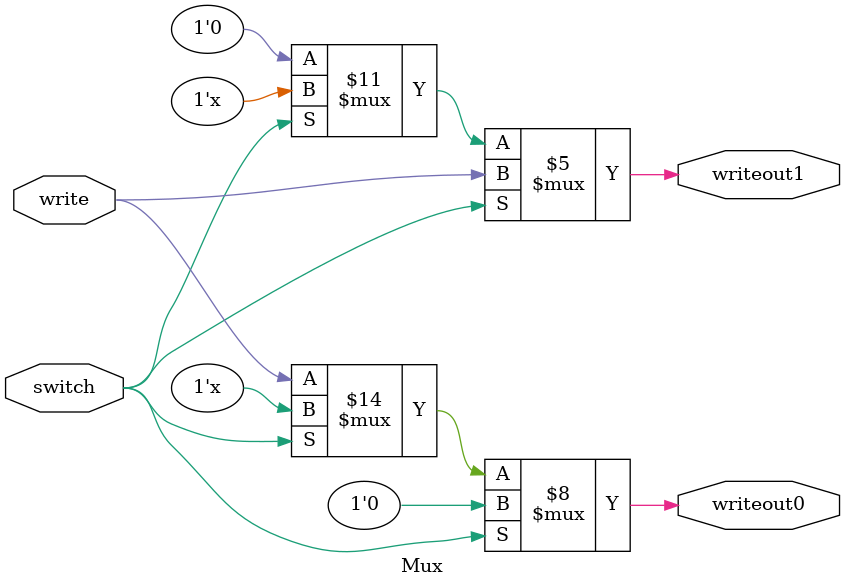
<source format=v>
`timescale 1ns / 1ps


module Mux(
    input write,switch,
    output reg writeout0,writeout1
    );
    always@(switch,write)
    begin
        if( switch==0)
        begin
         writeout0 = write;
         writeout1 = 0;
        end
        if( switch==1)
        begin
         writeout0 = 0;
         writeout1 = write;
        end
    end
endmodule

</source>
